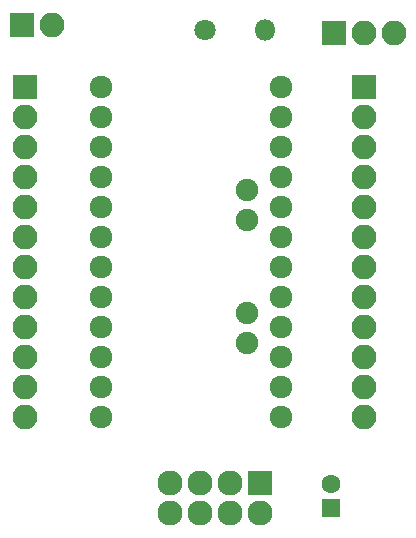
<source format=gbs>
G04 #@! TF.FileFunction,Soldermask,Bot*
%FSLAX46Y46*%
G04 Gerber Fmt 4.6, Leading zero omitted, Abs format (unit mm)*
G04 Created by KiCad (PCBNEW 4.0.6-e0-6349~53~ubuntu16.04.1) date Mon Jun 26 21:18:09 2017*
%MOMM*%
%LPD*%
G01*
G04 APERTURE LIST*
%ADD10C,0.200000*%
%ADD11C,1.924000*%
%ADD12C,1.900000*%
%ADD13R,2.100000X2.100000*%
%ADD14O,2.100000X2.100000*%
%ADD15R,1.600000X1.600000*%
%ADD16C,1.600000*%
%ADD17O,2.127200X2.127200*%
%ADD18R,2.127200X2.127200*%
%ADD19C,1.800000*%
%ADD20O,1.800000X1.800000*%
G04 APERTURE END LIST*
D10*
D11*
X132207000Y-65278000D03*
X132207000Y-67818000D03*
X132207000Y-70358000D03*
X132207000Y-72898000D03*
X132207000Y-75438000D03*
X132207000Y-77978000D03*
X132207000Y-80518000D03*
X132207000Y-83058000D03*
X132207000Y-85598000D03*
X132207000Y-88138000D03*
X132207000Y-90678000D03*
X132207000Y-93218000D03*
X147447000Y-65278000D03*
X147447000Y-67818000D03*
X147447000Y-70358000D03*
X147447000Y-72898000D03*
X147447000Y-75438000D03*
X147447000Y-77978000D03*
X147447000Y-80518000D03*
X147447000Y-83058000D03*
X147447000Y-85598000D03*
X147447000Y-88138000D03*
X147447000Y-90678000D03*
X147447000Y-93218000D03*
D12*
X144526000Y-74041000D03*
X144526000Y-76581000D03*
X144526000Y-84455000D03*
X144526000Y-86995000D03*
D13*
X125539500Y-60071000D03*
D14*
X128079500Y-60071000D03*
D15*
X151638000Y-100965000D03*
D16*
X151638000Y-98965000D03*
D13*
X125730000Y-65278000D03*
D14*
X125730000Y-67818000D03*
X125730000Y-70358000D03*
X125730000Y-72898000D03*
X125730000Y-75438000D03*
X125730000Y-77978000D03*
X125730000Y-80518000D03*
X125730000Y-83058000D03*
X125730000Y-85598000D03*
X125730000Y-88138000D03*
X125730000Y-90678000D03*
X125730000Y-93218000D03*
D13*
X151892000Y-60706000D03*
D14*
X154432000Y-60706000D03*
X156972000Y-60706000D03*
D13*
X154432000Y-65278000D03*
D14*
X154432000Y-67818000D03*
X154432000Y-70358000D03*
X154432000Y-72898000D03*
X154432000Y-75438000D03*
X154432000Y-77978000D03*
X154432000Y-80518000D03*
X154432000Y-83058000D03*
X154432000Y-85598000D03*
X154432000Y-88138000D03*
X154432000Y-90678000D03*
X154432000Y-93218000D03*
D17*
X138049000Y-98806000D03*
X138049000Y-101346000D03*
X140589000Y-98806000D03*
X140589000Y-101346000D03*
X143129000Y-98806000D03*
X143129000Y-101346000D03*
D18*
X145669000Y-98806000D03*
D17*
X145669000Y-101346000D03*
D19*
X140970000Y-60452000D03*
D20*
X146050000Y-60452000D03*
M02*

</source>
